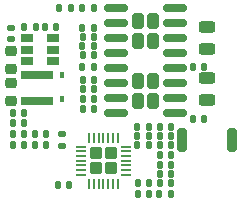
<source format=gbr>
%TF.GenerationSoftware,KiCad,Pcbnew,(6.0.7)*%
%TF.CreationDate,2024-01-02T21:25:37+08:00*%
%TF.ProjectId,stepper-motor-20,73746570-7065-4722-9d6d-6f746f722d32,1*%
%TF.SameCoordinates,PX6979f40PYa1135a0*%
%TF.FileFunction,Paste,Top*%
%TF.FilePolarity,Positive*%
%FSLAX46Y46*%
G04 Gerber Fmt 4.6, Leading zero omitted, Abs format (unit mm)*
G04 Created by KiCad (PCBNEW (6.0.7)) date 2024-01-02 21:25:37*
%MOMM*%
%LPD*%
G01*
G04 APERTURE LIST*
G04 Aperture macros list*
%AMRoundRect*
0 Rectangle with rounded corners*
0 $1 Rounding radius*
0 $2 $3 $4 $5 $6 $7 $8 $9 X,Y pos of 4 corners*
0 Add a 4 corners polygon primitive as box body*
4,1,4,$2,$3,$4,$5,$6,$7,$8,$9,$2,$3,0*
0 Add four circle primitives for the rounded corners*
1,1,$1+$1,$2,$3*
1,1,$1+$1,$4,$5*
1,1,$1+$1,$6,$7*
1,1,$1+$1,$8,$9*
0 Add four rect primitives between the rounded corners*
20,1,$1+$1,$2,$3,$4,$5,0*
20,1,$1+$1,$4,$5,$6,$7,0*
20,1,$1+$1,$6,$7,$8,$9,0*
20,1,$1+$1,$8,$9,$2,$3,0*%
G04 Aperture macros list end*
%ADD10RoundRect,0.147500X0.147500X0.172500X-0.147500X0.172500X-0.147500X-0.172500X0.147500X-0.172500X0*%
%ADD11RoundRect,0.147500X-0.147500X-0.172500X0.147500X-0.172500X0.147500X0.172500X-0.147500X0.172500X0*%
%ADD12RoundRect,0.147500X-0.172500X0.147500X-0.172500X-0.147500X0.172500X-0.147500X0.172500X0.147500X0*%
%ADD13RoundRect,0.140000X-0.140000X-0.170000X0.140000X-0.170000X0.140000X0.170000X-0.140000X0.170000X0*%
%ADD14RoundRect,0.140000X0.140000X0.170000X-0.140000X0.170000X-0.140000X-0.170000X0.140000X-0.170000X0*%
%ADD15RoundRect,0.225000X-0.250000X0.225000X-0.250000X-0.225000X0.250000X-0.225000X0.250000X0.225000X0*%
%ADD16R,0.450000X0.600000*%
%ADD17R,2.700000X0.800000*%
%ADD18RoundRect,0.243750X0.456250X-0.243750X0.456250X0.243750X-0.456250X0.243750X-0.456250X-0.243750X0*%
%ADD19RoundRect,0.147500X0.172500X-0.147500X0.172500X0.147500X-0.172500X0.147500X-0.172500X-0.147500X0*%
%ADD20RoundRect,0.250000X0.275000X0.275000X-0.275000X0.275000X-0.275000X-0.275000X0.275000X-0.275000X0*%
%ADD21RoundRect,0.050000X0.387500X0.050000X-0.387500X0.050000X-0.387500X-0.050000X0.387500X-0.050000X0*%
%ADD22RoundRect,0.050000X0.050000X0.387500X-0.050000X0.387500X-0.050000X-0.387500X0.050000X-0.387500X0*%
%ADD23RoundRect,0.242500X-0.242500X-0.422500X0.242500X-0.422500X0.242500X0.422500X-0.242500X0.422500X0*%
%ADD24RoundRect,0.150000X-0.825000X-0.150000X0.825000X-0.150000X0.825000X0.150000X-0.825000X0.150000X0*%
%ADD25R,1.060000X0.650000*%
%ADD26RoundRect,0.135000X-0.135000X-0.185000X0.135000X-0.185000X0.135000X0.185000X-0.135000X0.185000X0*%
%ADD27RoundRect,0.200000X-0.200000X-0.800000X0.200000X-0.800000X0.200000X0.800000X-0.200000X0.800000X0*%
%ADD28RoundRect,0.135000X0.135000X0.185000X-0.135000X0.185000X-0.135000X-0.185000X0.135000X-0.185000X0*%
%ADD29RoundRect,0.225000X0.250000X-0.225000X0.250000X0.225000X-0.250000X0.225000X-0.250000X-0.225000X0*%
G04 APERTURE END LIST*
D10*
%TO.C,C3*%
X14224000Y1981200D03*
X13254000Y1981200D03*
%TD*%
D11*
%TO.C,C4*%
X6728600Y11836400D03*
X7698600Y11836400D03*
%TD*%
%TO.C,C5*%
X4645800Y1828800D03*
X5615800Y1828800D03*
%TD*%
D12*
%TO.C,C6*%
X4978400Y6123800D03*
X4978400Y5153800D03*
%TD*%
D11*
%TO.C,C7*%
X11402200Y1016000D03*
X12372200Y1016000D03*
%TD*%
%TO.C,C8*%
X13254000Y4318000D03*
X14224000Y4318000D03*
%TD*%
D10*
%TO.C,C9*%
X14201000Y1016000D03*
X13231000Y1016000D03*
%TD*%
D11*
%TO.C,C10*%
X4747400Y16764000D03*
X5717400Y16764000D03*
%TD*%
D13*
%TO.C,C12*%
X6754200Y9906000D03*
X7714200Y9906000D03*
%TD*%
%TO.C,C16*%
X6756600Y8280400D03*
X7716600Y8280400D03*
%TD*%
D14*
%TO.C,C19*%
X17040800Y7416800D03*
X16080800Y7416800D03*
%TD*%
%TO.C,C20*%
X17040800Y11785600D03*
X16080800Y11785600D03*
%TD*%
D15*
%TO.C,C24*%
X711200Y10444600D03*
X711200Y8894600D03*
%TD*%
D14*
%TO.C,C26*%
X14219000Y5943600D03*
X13259000Y5943600D03*
%TD*%
D11*
%TO.C,D1*%
X808000Y5159000D03*
X1778000Y5159000D03*
%TD*%
%TO.C,D2*%
X808000Y6096000D03*
X1778000Y6096000D03*
%TD*%
D16*
%TO.C,D3*%
X5029200Y11159200D03*
X5029200Y9059200D03*
%TD*%
D17*
%TO.C,L1*%
X2844800Y11125200D03*
X2844800Y8925200D03*
%TD*%
D11*
%TO.C,R2*%
X2671000Y6096000D03*
X3641000Y6096000D03*
%TD*%
D10*
%TO.C,R3*%
X14224000Y2758200D03*
X13254000Y2758200D03*
%TD*%
D11*
%TO.C,R4*%
X11402200Y1981200D03*
X12372200Y1981200D03*
%TD*%
%TO.C,R5*%
X13254000Y3530000D03*
X14224000Y3530000D03*
%TD*%
%TO.C,R7*%
X6751600Y10668000D03*
X7721600Y10668000D03*
%TD*%
%TO.C,R9*%
X6751600Y9093200D03*
X7721600Y9093200D03*
%TD*%
D18*
%TO.C,R10*%
X17272000Y13286500D03*
X17272000Y15161500D03*
%TD*%
%TO.C,R11*%
X17272000Y8968500D03*
X17272000Y10843500D03*
%TD*%
D19*
%TO.C,R12*%
X711200Y14163000D03*
X711200Y15133000D03*
%TD*%
D11*
%TO.C,R13*%
X1801000Y15189200D03*
X2771000Y15189200D03*
%TD*%
%TO.C,R14*%
X3528200Y15189200D03*
X4498200Y15189200D03*
%TD*%
D10*
%TO.C,R15*%
X14224000Y6705600D03*
X13254000Y6705600D03*
%TD*%
%TO.C,R18*%
X7698600Y16764000D03*
X6728600Y16764000D03*
%TD*%
D11*
%TO.C,R19*%
X835800Y7874000D03*
X1805800Y7874000D03*
%TD*%
D20*
%TO.C,U2*%
X7859000Y4510800D03*
X7859000Y3210800D03*
X9159000Y4510800D03*
X9159000Y3210800D03*
D21*
X10446500Y2660800D03*
X10446500Y3060800D03*
X10446500Y3460800D03*
X10446500Y3860800D03*
X10446500Y4260800D03*
X10446500Y4660800D03*
X10446500Y5060800D03*
D22*
X9709000Y5798300D03*
X9309000Y5798300D03*
X8909000Y5798300D03*
X8509000Y5798300D03*
X8109000Y5798300D03*
X7709000Y5798300D03*
X7309000Y5798300D03*
D21*
X6571500Y5060800D03*
X6571500Y4660800D03*
X6571500Y4260800D03*
X6571500Y3860800D03*
X6571500Y3460800D03*
X6571500Y3060800D03*
X6571500Y2660800D03*
D22*
X7309000Y1923300D03*
X7709000Y1923300D03*
X8109000Y1923300D03*
X8509000Y1923300D03*
X8909000Y1923300D03*
X9309000Y1923300D03*
X9709000Y1923300D03*
%TD*%
D23*
%TO.C,U3*%
X12663000Y15684000D03*
X12663000Y14034000D03*
X11463000Y15684000D03*
X11463000Y14034000D03*
D24*
X9588000Y16764000D03*
X9588000Y15494000D03*
X9588000Y14224000D03*
X9588000Y12954000D03*
X14538000Y12954000D03*
X14538000Y14224000D03*
X14538000Y15494000D03*
X14538000Y16764000D03*
%TD*%
D23*
%TO.C,U4*%
X12665000Y10604000D03*
X11465000Y10604000D03*
X11465000Y8954000D03*
X12665000Y8954000D03*
D24*
X9590000Y11684000D03*
X9590000Y10414000D03*
X9590000Y9144000D03*
X9590000Y7874000D03*
X14540000Y7874000D03*
X14540000Y9144000D03*
X14540000Y10414000D03*
X14540000Y11684000D03*
%TD*%
D25*
%TO.C,U5*%
X4275000Y12326400D03*
X4275000Y13276400D03*
X4275000Y14226400D03*
X2075000Y14226400D03*
X2075000Y13276400D03*
X2075000Y12326400D03*
%TD*%
D10*
%TO.C,R16*%
X14224000Y5181600D03*
X13254000Y5181600D03*
%TD*%
D26*
%TO.C,R17*%
X11377200Y5181600D03*
X12397200Y5181600D03*
%TD*%
D11*
%TO.C,R1*%
X2671000Y5159000D03*
X3641000Y5159000D03*
%TD*%
D10*
%TO.C,R20*%
X1805800Y7061200D03*
X835800Y7061200D03*
%TD*%
D11*
%TO.C,R6*%
X6731000Y15113000D03*
X7701000Y15113000D03*
%TD*%
%TO.C,R8*%
X6731000Y13589000D03*
X7701000Y13589000D03*
%TD*%
D13*
%TO.C,C15*%
X6736000Y12827000D03*
X7696000Y12827000D03*
%TD*%
%TO.C,C11*%
X6736000Y14351000D03*
X7696000Y14351000D03*
%TD*%
D27*
%TO.C,SW1*%
X15172000Y5638800D03*
X19372000Y5638800D03*
%TD*%
D13*
%TO.C,C27*%
X11387200Y5943600D03*
X12347200Y5943600D03*
%TD*%
D28*
%TO.C,NTC1*%
X12397200Y6705600D03*
X11377200Y6705600D03*
%TD*%
D29*
%TO.C,C23*%
X711200Y11637800D03*
X711200Y13187800D03*
%TD*%
M02*

</source>
